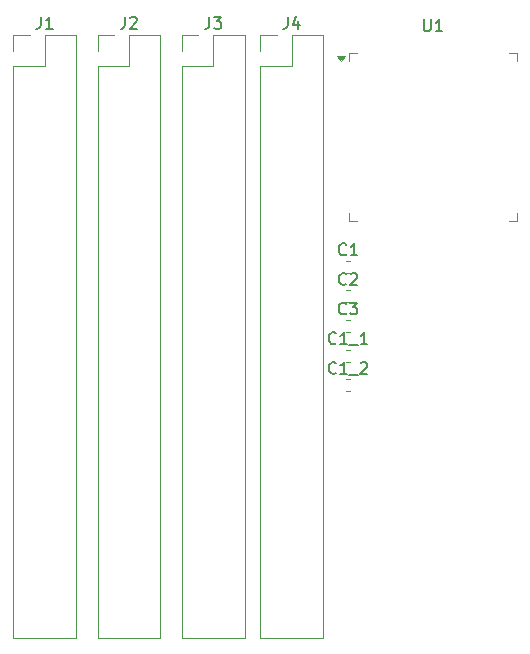
<source format=gto>
%TF.GenerationSoftware,KiCad,Pcbnew,9.0.3*%
%TF.CreationDate,2025-08-17T12:54:53+10:00*%
%TF.ProjectId,auto,6175746f-2e6b-4696-9361-645f70636258,rev?*%
%TF.SameCoordinates,Original*%
%TF.FileFunction,Legend,Top*%
%TF.FilePolarity,Positive*%
%FSLAX46Y46*%
G04 Gerber Fmt 4.6, Leading zero omitted, Abs format (unit mm)*
G04 Created by KiCad (PCBNEW 9.0.3) date 2025-08-17 12:54:53*
%MOMM*%
%LPD*%
G01*
G04 APERTURE LIST*
%ADD10C,0.150000*%
%ADD11C,0.120000*%
G04 APERTURE END LIST*
D10*
X139396666Y-43314819D02*
X139396666Y-44029104D01*
X139396666Y-44029104D02*
X139349047Y-44171961D01*
X139349047Y-44171961D02*
X139253809Y-44267200D01*
X139253809Y-44267200D02*
X139110952Y-44314819D01*
X139110952Y-44314819D02*
X139015714Y-44314819D01*
X140301428Y-43648152D02*
X140301428Y-44314819D01*
X140063333Y-43267200D02*
X139825238Y-43981485D01*
X139825238Y-43981485D02*
X140444285Y-43981485D01*
X118476666Y-43314819D02*
X118476666Y-44029104D01*
X118476666Y-44029104D02*
X118429047Y-44171961D01*
X118429047Y-44171961D02*
X118333809Y-44267200D01*
X118333809Y-44267200D02*
X118190952Y-44314819D01*
X118190952Y-44314819D02*
X118095714Y-44314819D01*
X119476666Y-44314819D02*
X118905238Y-44314819D01*
X119190952Y-44314819D02*
X119190952Y-43314819D01*
X119190952Y-43314819D02*
X119095714Y-43457676D01*
X119095714Y-43457676D02*
X119000476Y-43552914D01*
X119000476Y-43552914D02*
X118905238Y-43600533D01*
X144333333Y-65909580D02*
X144285714Y-65957200D01*
X144285714Y-65957200D02*
X144142857Y-66004819D01*
X144142857Y-66004819D02*
X144047619Y-66004819D01*
X144047619Y-66004819D02*
X143904762Y-65957200D01*
X143904762Y-65957200D02*
X143809524Y-65861961D01*
X143809524Y-65861961D02*
X143761905Y-65766723D01*
X143761905Y-65766723D02*
X143714286Y-65576247D01*
X143714286Y-65576247D02*
X143714286Y-65433390D01*
X143714286Y-65433390D02*
X143761905Y-65242914D01*
X143761905Y-65242914D02*
X143809524Y-65147676D01*
X143809524Y-65147676D02*
X143904762Y-65052438D01*
X143904762Y-65052438D02*
X144047619Y-65004819D01*
X144047619Y-65004819D02*
X144142857Y-65004819D01*
X144142857Y-65004819D02*
X144285714Y-65052438D01*
X144285714Y-65052438D02*
X144333333Y-65100057D01*
X144714286Y-65100057D02*
X144761905Y-65052438D01*
X144761905Y-65052438D02*
X144857143Y-65004819D01*
X144857143Y-65004819D02*
X145095238Y-65004819D01*
X145095238Y-65004819D02*
X145190476Y-65052438D01*
X145190476Y-65052438D02*
X145238095Y-65100057D01*
X145238095Y-65100057D02*
X145285714Y-65195295D01*
X145285714Y-65195295D02*
X145285714Y-65290533D01*
X145285714Y-65290533D02*
X145238095Y-65433390D01*
X145238095Y-65433390D02*
X144666667Y-66004819D01*
X144666667Y-66004819D02*
X145285714Y-66004819D01*
X144333333Y-63399580D02*
X144285714Y-63447200D01*
X144285714Y-63447200D02*
X144142857Y-63494819D01*
X144142857Y-63494819D02*
X144047619Y-63494819D01*
X144047619Y-63494819D02*
X143904762Y-63447200D01*
X143904762Y-63447200D02*
X143809524Y-63351961D01*
X143809524Y-63351961D02*
X143761905Y-63256723D01*
X143761905Y-63256723D02*
X143714286Y-63066247D01*
X143714286Y-63066247D02*
X143714286Y-62923390D01*
X143714286Y-62923390D02*
X143761905Y-62732914D01*
X143761905Y-62732914D02*
X143809524Y-62637676D01*
X143809524Y-62637676D02*
X143904762Y-62542438D01*
X143904762Y-62542438D02*
X144047619Y-62494819D01*
X144047619Y-62494819D02*
X144142857Y-62494819D01*
X144142857Y-62494819D02*
X144285714Y-62542438D01*
X144285714Y-62542438D02*
X144333333Y-62590057D01*
X145285714Y-63494819D02*
X144714286Y-63494819D01*
X145000000Y-63494819D02*
X145000000Y-62494819D01*
X145000000Y-62494819D02*
X144904762Y-62637676D01*
X144904762Y-62637676D02*
X144809524Y-62732914D01*
X144809524Y-62732914D02*
X144714286Y-62780533D01*
X144333333Y-68419580D02*
X144285714Y-68467200D01*
X144285714Y-68467200D02*
X144142857Y-68514819D01*
X144142857Y-68514819D02*
X144047619Y-68514819D01*
X144047619Y-68514819D02*
X143904762Y-68467200D01*
X143904762Y-68467200D02*
X143809524Y-68371961D01*
X143809524Y-68371961D02*
X143761905Y-68276723D01*
X143761905Y-68276723D02*
X143714286Y-68086247D01*
X143714286Y-68086247D02*
X143714286Y-67943390D01*
X143714286Y-67943390D02*
X143761905Y-67752914D01*
X143761905Y-67752914D02*
X143809524Y-67657676D01*
X143809524Y-67657676D02*
X143904762Y-67562438D01*
X143904762Y-67562438D02*
X144047619Y-67514819D01*
X144047619Y-67514819D02*
X144142857Y-67514819D01*
X144142857Y-67514819D02*
X144285714Y-67562438D01*
X144285714Y-67562438D02*
X144333333Y-67610057D01*
X144666667Y-67514819D02*
X145285714Y-67514819D01*
X145285714Y-67514819D02*
X144952381Y-67895771D01*
X144952381Y-67895771D02*
X145095238Y-67895771D01*
X145095238Y-67895771D02*
X145190476Y-67943390D01*
X145190476Y-67943390D02*
X145238095Y-67991009D01*
X145238095Y-67991009D02*
X145285714Y-68086247D01*
X145285714Y-68086247D02*
X145285714Y-68324342D01*
X145285714Y-68324342D02*
X145238095Y-68419580D01*
X145238095Y-68419580D02*
X145190476Y-68467200D01*
X145190476Y-68467200D02*
X145095238Y-68514819D01*
X145095238Y-68514819D02*
X144809524Y-68514819D01*
X144809524Y-68514819D02*
X144714286Y-68467200D01*
X144714286Y-68467200D02*
X144666667Y-68419580D01*
X143476190Y-73439580D02*
X143428571Y-73487200D01*
X143428571Y-73487200D02*
X143285714Y-73534819D01*
X143285714Y-73534819D02*
X143190476Y-73534819D01*
X143190476Y-73534819D02*
X143047619Y-73487200D01*
X143047619Y-73487200D02*
X142952381Y-73391961D01*
X142952381Y-73391961D02*
X142904762Y-73296723D01*
X142904762Y-73296723D02*
X142857143Y-73106247D01*
X142857143Y-73106247D02*
X142857143Y-72963390D01*
X142857143Y-72963390D02*
X142904762Y-72772914D01*
X142904762Y-72772914D02*
X142952381Y-72677676D01*
X142952381Y-72677676D02*
X143047619Y-72582438D01*
X143047619Y-72582438D02*
X143190476Y-72534819D01*
X143190476Y-72534819D02*
X143285714Y-72534819D01*
X143285714Y-72534819D02*
X143428571Y-72582438D01*
X143428571Y-72582438D02*
X143476190Y-72630057D01*
X144428571Y-73534819D02*
X143857143Y-73534819D01*
X144142857Y-73534819D02*
X144142857Y-72534819D01*
X144142857Y-72534819D02*
X144047619Y-72677676D01*
X144047619Y-72677676D02*
X143952381Y-72772914D01*
X143952381Y-72772914D02*
X143857143Y-72820533D01*
X144619048Y-73630057D02*
X145380952Y-73630057D01*
X145571429Y-72630057D02*
X145619048Y-72582438D01*
X145619048Y-72582438D02*
X145714286Y-72534819D01*
X145714286Y-72534819D02*
X145952381Y-72534819D01*
X145952381Y-72534819D02*
X146047619Y-72582438D01*
X146047619Y-72582438D02*
X146095238Y-72630057D01*
X146095238Y-72630057D02*
X146142857Y-72725295D01*
X146142857Y-72725295D02*
X146142857Y-72820533D01*
X146142857Y-72820533D02*
X146095238Y-72963390D01*
X146095238Y-72963390D02*
X145523810Y-73534819D01*
X145523810Y-73534819D02*
X146142857Y-73534819D01*
X125616666Y-43314819D02*
X125616666Y-44029104D01*
X125616666Y-44029104D02*
X125569047Y-44171961D01*
X125569047Y-44171961D02*
X125473809Y-44267200D01*
X125473809Y-44267200D02*
X125330952Y-44314819D01*
X125330952Y-44314819D02*
X125235714Y-44314819D01*
X126045238Y-43410057D02*
X126092857Y-43362438D01*
X126092857Y-43362438D02*
X126188095Y-43314819D01*
X126188095Y-43314819D02*
X126426190Y-43314819D01*
X126426190Y-43314819D02*
X126521428Y-43362438D01*
X126521428Y-43362438D02*
X126569047Y-43410057D01*
X126569047Y-43410057D02*
X126616666Y-43505295D01*
X126616666Y-43505295D02*
X126616666Y-43600533D01*
X126616666Y-43600533D02*
X126569047Y-43743390D01*
X126569047Y-43743390D02*
X125997619Y-44314819D01*
X125997619Y-44314819D02*
X126616666Y-44314819D01*
X150913095Y-43524819D02*
X150913095Y-44334342D01*
X150913095Y-44334342D02*
X150960714Y-44429580D01*
X150960714Y-44429580D02*
X151008333Y-44477200D01*
X151008333Y-44477200D02*
X151103571Y-44524819D01*
X151103571Y-44524819D02*
X151294047Y-44524819D01*
X151294047Y-44524819D02*
X151389285Y-44477200D01*
X151389285Y-44477200D02*
X151436904Y-44429580D01*
X151436904Y-44429580D02*
X151484523Y-44334342D01*
X151484523Y-44334342D02*
X151484523Y-43524819D01*
X152484523Y-44524819D02*
X151913095Y-44524819D01*
X152198809Y-44524819D02*
X152198809Y-43524819D01*
X152198809Y-43524819D02*
X152103571Y-43667676D01*
X152103571Y-43667676D02*
X152008333Y-43762914D01*
X152008333Y-43762914D02*
X151913095Y-43810533D01*
X132756666Y-43314819D02*
X132756666Y-44029104D01*
X132756666Y-44029104D02*
X132709047Y-44171961D01*
X132709047Y-44171961D02*
X132613809Y-44267200D01*
X132613809Y-44267200D02*
X132470952Y-44314819D01*
X132470952Y-44314819D02*
X132375714Y-44314819D01*
X133137619Y-43314819D02*
X133756666Y-43314819D01*
X133756666Y-43314819D02*
X133423333Y-43695771D01*
X133423333Y-43695771D02*
X133566190Y-43695771D01*
X133566190Y-43695771D02*
X133661428Y-43743390D01*
X133661428Y-43743390D02*
X133709047Y-43791009D01*
X133709047Y-43791009D02*
X133756666Y-43886247D01*
X133756666Y-43886247D02*
X133756666Y-44124342D01*
X133756666Y-44124342D02*
X133709047Y-44219580D01*
X133709047Y-44219580D02*
X133661428Y-44267200D01*
X133661428Y-44267200D02*
X133566190Y-44314819D01*
X133566190Y-44314819D02*
X133280476Y-44314819D01*
X133280476Y-44314819D02*
X133185238Y-44267200D01*
X133185238Y-44267200D02*
X133137619Y-44219580D01*
X143476190Y-70929580D02*
X143428571Y-70977200D01*
X143428571Y-70977200D02*
X143285714Y-71024819D01*
X143285714Y-71024819D02*
X143190476Y-71024819D01*
X143190476Y-71024819D02*
X143047619Y-70977200D01*
X143047619Y-70977200D02*
X142952381Y-70881961D01*
X142952381Y-70881961D02*
X142904762Y-70786723D01*
X142904762Y-70786723D02*
X142857143Y-70596247D01*
X142857143Y-70596247D02*
X142857143Y-70453390D01*
X142857143Y-70453390D02*
X142904762Y-70262914D01*
X142904762Y-70262914D02*
X142952381Y-70167676D01*
X142952381Y-70167676D02*
X143047619Y-70072438D01*
X143047619Y-70072438D02*
X143190476Y-70024819D01*
X143190476Y-70024819D02*
X143285714Y-70024819D01*
X143285714Y-70024819D02*
X143428571Y-70072438D01*
X143428571Y-70072438D02*
X143476190Y-70120057D01*
X144428571Y-71024819D02*
X143857143Y-71024819D01*
X144142857Y-71024819D02*
X144142857Y-70024819D01*
X144142857Y-70024819D02*
X144047619Y-70167676D01*
X144047619Y-70167676D02*
X143952381Y-70262914D01*
X143952381Y-70262914D02*
X143857143Y-70310533D01*
X144619048Y-71120057D02*
X145380952Y-71120057D01*
X146142857Y-71024819D02*
X145571429Y-71024819D01*
X145857143Y-71024819D02*
X145857143Y-70024819D01*
X145857143Y-70024819D02*
X145761905Y-70167676D01*
X145761905Y-70167676D02*
X145666667Y-70262914D01*
X145666667Y-70262914D02*
X145571429Y-70310533D01*
D11*
%TO.C,J4*%
X137080000Y-44860000D02*
X138460000Y-44860000D01*
X137080000Y-46240000D02*
X137080000Y-44860000D01*
X137080000Y-47510000D02*
X137080000Y-95880000D01*
X137080000Y-47510000D02*
X139730000Y-47510000D01*
X137080000Y-95880000D02*
X142380000Y-95880000D01*
X139730000Y-44860000D02*
X142380000Y-44860000D01*
X139730000Y-47510000D02*
X139730000Y-44860000D01*
X142380000Y-44860000D02*
X142380000Y-95880000D01*
%TO.C,J1*%
X116160000Y-44860000D02*
X117540000Y-44860000D01*
X116160000Y-46240000D02*
X116160000Y-44860000D01*
X116160000Y-47510000D02*
X116160000Y-95880000D01*
X116160000Y-47510000D02*
X118810000Y-47510000D01*
X116160000Y-95880000D02*
X121460000Y-95880000D01*
X118810000Y-44860000D02*
X121460000Y-44860000D01*
X118810000Y-47510000D02*
X118810000Y-44860000D01*
X121460000Y-44860000D02*
X121460000Y-95880000D01*
%TO.C,C2*%
X144359420Y-66470000D02*
X144640580Y-66470000D01*
X144359420Y-67490000D02*
X144640580Y-67490000D01*
%TO.C,C1*%
X144359420Y-63960000D02*
X144640580Y-63960000D01*
X144359420Y-64980000D02*
X144640580Y-64980000D01*
%TO.C,C3*%
X144359420Y-68980000D02*
X144640580Y-68980000D01*
X144359420Y-70000000D02*
X144640580Y-70000000D01*
%TO.C,C1_2*%
X144359420Y-74000000D02*
X144640580Y-74000000D01*
X144359420Y-75020000D02*
X144640580Y-75020000D01*
%TO.C,J2*%
X123300000Y-44860000D02*
X124680000Y-44860000D01*
X123300000Y-46240000D02*
X123300000Y-44860000D01*
X123300000Y-47510000D02*
X123300000Y-95880000D01*
X123300000Y-47510000D02*
X125950000Y-47510000D01*
X123300000Y-95880000D02*
X128600000Y-95880000D01*
X125950000Y-44860000D02*
X128600000Y-44860000D01*
X125950000Y-47510000D02*
X125950000Y-44860000D01*
X128600000Y-44860000D02*
X128600000Y-95880000D01*
%TO.C,U1*%
X144565000Y-46390000D02*
X144565000Y-47090000D01*
X144565000Y-60610000D02*
X144565000Y-59910000D01*
X145265000Y-46390000D02*
X144565000Y-46390000D01*
X145265000Y-60610000D02*
X144565000Y-60610000D01*
X158085000Y-46390000D02*
X158785000Y-46390000D01*
X158085000Y-60610000D02*
X158785000Y-60610000D01*
X158785000Y-46390000D02*
X158785000Y-47090000D01*
X158785000Y-60610000D02*
X158785000Y-59910000D01*
X143937500Y-47090000D02*
X143597500Y-46620000D01*
X144277500Y-46620000D01*
X143937500Y-47090000D01*
G36*
X143937500Y-47090000D02*
G01*
X143597500Y-46620000D01*
X144277500Y-46620000D01*
X143937500Y-47090000D01*
G37*
%TO.C,J3*%
X130440000Y-44860000D02*
X131820000Y-44860000D01*
X130440000Y-46240000D02*
X130440000Y-44860000D01*
X130440000Y-47510000D02*
X130440000Y-95880000D01*
X130440000Y-47510000D02*
X133090000Y-47510000D01*
X130440000Y-95880000D02*
X135740000Y-95880000D01*
X133090000Y-44860000D02*
X135740000Y-44860000D01*
X133090000Y-47510000D02*
X133090000Y-44860000D01*
X135740000Y-44860000D02*
X135740000Y-95880000D01*
%TO.C,C1_1*%
X144359420Y-71490000D02*
X144640580Y-71490000D01*
X144359420Y-72510000D02*
X144640580Y-72510000D01*
%TD*%
M02*

</source>
